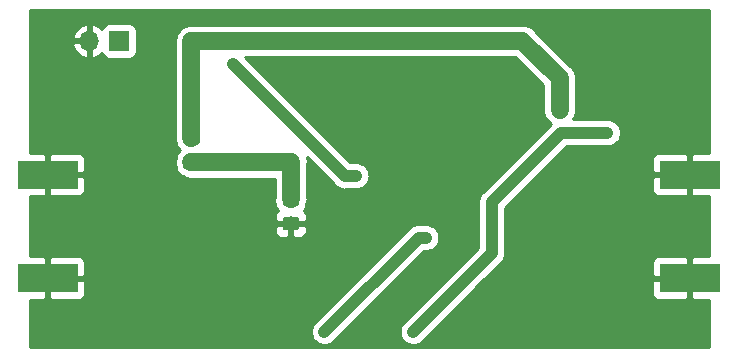
<source format=gbr>
G04 #@! TF.GenerationSoftware,KiCad,Pcbnew,(5.0.2)-1*
G04 #@! TF.CreationDate,2020-03-07T14:31:03-08:00*
G04 #@! TF.ProjectId,PA Rev 4.0,50412052-6576-4203-942e-302e6b696361,rev?*
G04 #@! TF.SameCoordinates,Original*
G04 #@! TF.FileFunction,Copper,L2,Bot*
G04 #@! TF.FilePolarity,Positive*
%FSLAX46Y46*%
G04 Gerber Fmt 4.6, Leading zero omitted, Abs format (unit mm)*
G04 Created by KiCad (PCBNEW (5.0.2)-1) date 3/7/2020 2:31:03 PM*
%MOMM*%
%LPD*%
G01*
G04 APERTURE LIST*
G04 #@! TA.AperFunction,SMDPad,CuDef*
%ADD10R,5.080000X2.420000*%
G04 #@! TD*
G04 #@! TA.AperFunction,ComponentPad*
%ADD11R,1.700000X1.700000*%
G04 #@! TD*
G04 #@! TA.AperFunction,ComponentPad*
%ADD12O,1.700000X1.700000*%
G04 #@! TD*
G04 #@! TA.AperFunction,Conductor*
%ADD13C,0.100000*%
G04 #@! TD*
G04 #@! TA.AperFunction,SMDPad,CuDef*
%ADD14C,1.150000*%
G04 #@! TD*
G04 #@! TA.AperFunction,ViaPad*
%ADD15C,1.016000*%
G04 #@! TD*
G04 #@! TA.AperFunction,Conductor*
%ADD16C,1.500000*%
G04 #@! TD*
G04 #@! TA.AperFunction,Conductor*
%ADD17C,1.000000*%
G04 #@! TD*
G04 #@! TA.AperFunction,Conductor*
%ADD18C,0.254000*%
G04 #@! TD*
G04 APERTURE END LIST*
D10*
G04 #@! TO.P,J2,2*
G04 #@! TO.N,GND*
X97224000Y-61914000D03*
X97224000Y-70674000D03*
G04 #@! TD*
G04 #@! TO.P,J1,2*
G04 #@! TO.N,GND*
X42857000Y-61914000D03*
X42857000Y-70674000D03*
G04 #@! TD*
D11*
G04 #@! TO.P,J0,1*
G04 #@! TO.N,Net-(C0-Pad1)*
X48933100Y-50596800D03*
D12*
G04 #@! TO.P,J0,2*
G04 #@! TO.N,GND*
X46393100Y-50596800D03*
G04 #@! TD*
D13*
G04 #@! TO.N,Net-(C0-Pad1)*
G04 #@! TO.C,R1*
G36*
X55511225Y-58239684D02*
X55535493Y-58243284D01*
X55559292Y-58249245D01*
X55582391Y-58257510D01*
X55604570Y-58268000D01*
X55625613Y-58280612D01*
X55645319Y-58295227D01*
X55663497Y-58311703D01*
X55679973Y-58329881D01*
X55694588Y-58349587D01*
X55707200Y-58370630D01*
X55717690Y-58392809D01*
X55725955Y-58415908D01*
X55731916Y-58439707D01*
X55735516Y-58463975D01*
X55736720Y-58488479D01*
X55736720Y-59138481D01*
X55735516Y-59162985D01*
X55731916Y-59187253D01*
X55725955Y-59211052D01*
X55717690Y-59234151D01*
X55707200Y-59256330D01*
X55694588Y-59277373D01*
X55679973Y-59297079D01*
X55663497Y-59315257D01*
X55645319Y-59331733D01*
X55625613Y-59346348D01*
X55604570Y-59358960D01*
X55582391Y-59369450D01*
X55559292Y-59377715D01*
X55535493Y-59383676D01*
X55511225Y-59387276D01*
X55486721Y-59388480D01*
X54586719Y-59388480D01*
X54562215Y-59387276D01*
X54537947Y-59383676D01*
X54514148Y-59377715D01*
X54491049Y-59369450D01*
X54468870Y-59358960D01*
X54447827Y-59346348D01*
X54428121Y-59331733D01*
X54409943Y-59315257D01*
X54393467Y-59297079D01*
X54378852Y-59277373D01*
X54366240Y-59256330D01*
X54355750Y-59234151D01*
X54347485Y-59211052D01*
X54341524Y-59187253D01*
X54337924Y-59162985D01*
X54336720Y-59138481D01*
X54336720Y-58488479D01*
X54337924Y-58463975D01*
X54341524Y-58439707D01*
X54347485Y-58415908D01*
X54355750Y-58392809D01*
X54366240Y-58370630D01*
X54378852Y-58349587D01*
X54393467Y-58329881D01*
X54409943Y-58311703D01*
X54428121Y-58295227D01*
X54447827Y-58280612D01*
X54468870Y-58268000D01*
X54491049Y-58257510D01*
X54514148Y-58249245D01*
X54537947Y-58243284D01*
X54562215Y-58239684D01*
X54586719Y-58238480D01*
X55486721Y-58238480D01*
X55511225Y-58239684D01*
X55511225Y-58239684D01*
G37*
D14*
G04 #@! TD*
G04 #@! TO.P,R1,1*
G04 #@! TO.N,Net-(C0-Pad1)*
X55036720Y-58813480D03*
D13*
G04 #@! TO.N,Net-(R1-Pad2)*
G04 #@! TO.C,R1*
G36*
X55511225Y-60289684D02*
X55535493Y-60293284D01*
X55559292Y-60299245D01*
X55582391Y-60307510D01*
X55604570Y-60318000D01*
X55625613Y-60330612D01*
X55645319Y-60345227D01*
X55663497Y-60361703D01*
X55679973Y-60379881D01*
X55694588Y-60399587D01*
X55707200Y-60420630D01*
X55717690Y-60442809D01*
X55725955Y-60465908D01*
X55731916Y-60489707D01*
X55735516Y-60513975D01*
X55736720Y-60538479D01*
X55736720Y-61188481D01*
X55735516Y-61212985D01*
X55731916Y-61237253D01*
X55725955Y-61261052D01*
X55717690Y-61284151D01*
X55707200Y-61306330D01*
X55694588Y-61327373D01*
X55679973Y-61347079D01*
X55663497Y-61365257D01*
X55645319Y-61381733D01*
X55625613Y-61396348D01*
X55604570Y-61408960D01*
X55582391Y-61419450D01*
X55559292Y-61427715D01*
X55535493Y-61433676D01*
X55511225Y-61437276D01*
X55486721Y-61438480D01*
X54586719Y-61438480D01*
X54562215Y-61437276D01*
X54537947Y-61433676D01*
X54514148Y-61427715D01*
X54491049Y-61419450D01*
X54468870Y-61408960D01*
X54447827Y-61396348D01*
X54428121Y-61381733D01*
X54409943Y-61365257D01*
X54393467Y-61347079D01*
X54378852Y-61327373D01*
X54366240Y-61306330D01*
X54355750Y-61284151D01*
X54347485Y-61261052D01*
X54341524Y-61237253D01*
X54337924Y-61212985D01*
X54336720Y-61188481D01*
X54336720Y-60538479D01*
X54337924Y-60513975D01*
X54341524Y-60489707D01*
X54347485Y-60465908D01*
X54355750Y-60442809D01*
X54366240Y-60420630D01*
X54378852Y-60399587D01*
X54393467Y-60379881D01*
X54409943Y-60361703D01*
X54428121Y-60345227D01*
X54447827Y-60330612D01*
X54468870Y-60318000D01*
X54491049Y-60307510D01*
X54514148Y-60299245D01*
X54537947Y-60293284D01*
X54562215Y-60289684D01*
X54586719Y-60288480D01*
X55486721Y-60288480D01*
X55511225Y-60289684D01*
X55511225Y-60289684D01*
G37*
D14*
G04 #@! TD*
G04 #@! TO.P,R1,2*
G04 #@! TO.N,Net-(R1-Pad2)*
X55036720Y-60863480D03*
D13*
G04 #@! TO.N,GND*
G04 #@! TO.C,R2*
G36*
X63923705Y-65474044D02*
X63947973Y-65477644D01*
X63971772Y-65483605D01*
X63994871Y-65491870D01*
X64017050Y-65502360D01*
X64038093Y-65514972D01*
X64057799Y-65529587D01*
X64075977Y-65546063D01*
X64092453Y-65564241D01*
X64107068Y-65583947D01*
X64119680Y-65604990D01*
X64130170Y-65627169D01*
X64138435Y-65650268D01*
X64144396Y-65674067D01*
X64147996Y-65698335D01*
X64149200Y-65722839D01*
X64149200Y-66372841D01*
X64147996Y-66397345D01*
X64144396Y-66421613D01*
X64138435Y-66445412D01*
X64130170Y-66468511D01*
X64119680Y-66490690D01*
X64107068Y-66511733D01*
X64092453Y-66531439D01*
X64075977Y-66549617D01*
X64057799Y-66566093D01*
X64038093Y-66580708D01*
X64017050Y-66593320D01*
X63994871Y-66603810D01*
X63971772Y-66612075D01*
X63947973Y-66618036D01*
X63923705Y-66621636D01*
X63899201Y-66622840D01*
X62999199Y-66622840D01*
X62974695Y-66621636D01*
X62950427Y-66618036D01*
X62926628Y-66612075D01*
X62903529Y-66603810D01*
X62881350Y-66593320D01*
X62860307Y-66580708D01*
X62840601Y-66566093D01*
X62822423Y-66549617D01*
X62805947Y-66531439D01*
X62791332Y-66511733D01*
X62778720Y-66490690D01*
X62768230Y-66468511D01*
X62759965Y-66445412D01*
X62754004Y-66421613D01*
X62750404Y-66397345D01*
X62749200Y-66372841D01*
X62749200Y-65722839D01*
X62750404Y-65698335D01*
X62754004Y-65674067D01*
X62759965Y-65650268D01*
X62768230Y-65627169D01*
X62778720Y-65604990D01*
X62791332Y-65583947D01*
X62805947Y-65564241D01*
X62822423Y-65546063D01*
X62840601Y-65529587D01*
X62860307Y-65514972D01*
X62881350Y-65502360D01*
X62903529Y-65491870D01*
X62926628Y-65483605D01*
X62950427Y-65477644D01*
X62974695Y-65474044D01*
X62999199Y-65472840D01*
X63899201Y-65472840D01*
X63923705Y-65474044D01*
X63923705Y-65474044D01*
G37*
D14*
G04 #@! TD*
G04 #@! TO.P,R2,2*
G04 #@! TO.N,GND*
X63449200Y-66047840D03*
D13*
G04 #@! TO.N,Net-(R1-Pad2)*
G04 #@! TO.C,R2*
G36*
X63923705Y-63424044D02*
X63947973Y-63427644D01*
X63971772Y-63433605D01*
X63994871Y-63441870D01*
X64017050Y-63452360D01*
X64038093Y-63464972D01*
X64057799Y-63479587D01*
X64075977Y-63496063D01*
X64092453Y-63514241D01*
X64107068Y-63533947D01*
X64119680Y-63554990D01*
X64130170Y-63577169D01*
X64138435Y-63600268D01*
X64144396Y-63624067D01*
X64147996Y-63648335D01*
X64149200Y-63672839D01*
X64149200Y-64322841D01*
X64147996Y-64347345D01*
X64144396Y-64371613D01*
X64138435Y-64395412D01*
X64130170Y-64418511D01*
X64119680Y-64440690D01*
X64107068Y-64461733D01*
X64092453Y-64481439D01*
X64075977Y-64499617D01*
X64057799Y-64516093D01*
X64038093Y-64530708D01*
X64017050Y-64543320D01*
X63994871Y-64553810D01*
X63971772Y-64562075D01*
X63947973Y-64568036D01*
X63923705Y-64571636D01*
X63899201Y-64572840D01*
X62999199Y-64572840D01*
X62974695Y-64571636D01*
X62950427Y-64568036D01*
X62926628Y-64562075D01*
X62903529Y-64553810D01*
X62881350Y-64543320D01*
X62860307Y-64530708D01*
X62840601Y-64516093D01*
X62822423Y-64499617D01*
X62805947Y-64481439D01*
X62791332Y-64461733D01*
X62778720Y-64440690D01*
X62768230Y-64418511D01*
X62759965Y-64395412D01*
X62754004Y-64371613D01*
X62750404Y-64347345D01*
X62749200Y-64322841D01*
X62749200Y-63672839D01*
X62750404Y-63648335D01*
X62754004Y-63624067D01*
X62759965Y-63600268D01*
X62768230Y-63577169D01*
X62778720Y-63554990D01*
X62791332Y-63533947D01*
X62805947Y-63514241D01*
X62822423Y-63496063D01*
X62840601Y-63479587D01*
X62860307Y-63464972D01*
X62881350Y-63452360D01*
X62903529Y-63441870D01*
X62926628Y-63433605D01*
X62950427Y-63427644D01*
X62974695Y-63424044D01*
X62999199Y-63422840D01*
X63899201Y-63422840D01*
X63923705Y-63424044D01*
X63923705Y-63424044D01*
G37*
D14*
G04 #@! TD*
G04 #@! TO.P,R2,1*
G04 #@! TO.N,Net-(R1-Pad2)*
X63449200Y-63997840D03*
D15*
G04 #@! TO.N,Net-(C0-Pad1)*
X86202520Y-56415940D03*
X55041800Y-50596800D03*
G04 #@! TO.N,Net-(QN1-Pad3)*
X66303020Y-75210800D03*
X74889360Y-67249040D03*
G04 #@! TO.N,Net-(QN2-Pad1)*
X58534300Y-52539900D03*
X68962400Y-62015500D03*
G04 #@! TO.N,Net-(QP1-Pad2)*
X90262740Y-58366660D03*
X73820020Y-75206860D03*
G04 #@! TO.N,Net-(R1-Pad2)*
X63461900Y-60858400D03*
G04 #@! TD*
D16*
G04 #@! TO.N,Net-(C0-Pad1)*
X55041800Y-50596800D02*
X83045300Y-50596800D01*
X86202520Y-53754020D02*
X86202520Y-56415940D01*
X83045300Y-50596800D02*
X86202520Y-53754020D01*
X55036720Y-50601880D02*
X55041800Y-50596800D01*
X55036720Y-58813480D02*
X55036720Y-50601880D01*
D17*
G04 #@! TO.N,Net-(QN1-Pad3)*
X74264780Y-67249040D02*
X74889360Y-67249040D01*
X66303020Y-75210800D02*
X74264780Y-67249040D01*
G04 #@! TO.N,Net-(QN2-Pad1)*
X68009900Y-62015500D02*
X68962400Y-62015500D01*
X58534300Y-52539900D02*
X68009900Y-62015500D01*
G04 #@! TO.N,Net-(QP1-Pad2)*
X86324440Y-58366660D02*
X90262740Y-58366660D01*
X80446880Y-64244220D02*
X86324440Y-58366660D01*
X73820020Y-75206860D02*
X80446880Y-68580000D01*
X80446880Y-68580000D02*
X80446880Y-64244220D01*
D16*
G04 #@! TO.N,Net-(R1-Pad2)*
X55041800Y-60858400D02*
X55036720Y-60863480D01*
X63461900Y-60858400D02*
X55041800Y-60858400D01*
X63461900Y-63985140D02*
X63449200Y-63997840D01*
X63461900Y-60858400D02*
X63461900Y-63985140D01*
G04 #@! TD*
D18*
G04 #@! TO.N,GND*
G36*
X98858000Y-60069000D02*
X97509750Y-60069000D01*
X97351000Y-60227750D01*
X97351000Y-61787000D01*
X97371000Y-61787000D01*
X97371000Y-62041000D01*
X97351000Y-62041000D01*
X97351000Y-63600250D01*
X97509750Y-63759000D01*
X98858001Y-63759000D01*
X98858001Y-68829000D01*
X97509750Y-68829000D01*
X97351000Y-68987750D01*
X97351000Y-70547000D01*
X97371000Y-70547000D01*
X97371000Y-70801000D01*
X97351000Y-70801000D01*
X97351000Y-72360250D01*
X97509750Y-72519000D01*
X98858001Y-72519000D01*
X98858001Y-76506000D01*
X41350000Y-76506000D01*
X41350000Y-75210800D01*
X65145785Y-75210800D01*
X65160020Y-75282364D01*
X65160020Y-75438157D01*
X65219639Y-75582091D01*
X65233874Y-75653654D01*
X65274410Y-75714321D01*
X65334031Y-75858258D01*
X65444198Y-75968425D01*
X65484732Y-76029088D01*
X65545395Y-76069622D01*
X65655562Y-76179789D01*
X65799499Y-76239410D01*
X65860166Y-76279946D01*
X65931729Y-76294181D01*
X66075663Y-76353800D01*
X66231456Y-76353800D01*
X66303020Y-76368035D01*
X66374584Y-76353800D01*
X66530377Y-76353800D01*
X66674311Y-76294181D01*
X66745874Y-76279946D01*
X66806541Y-76239410D01*
X66950478Y-76179789D01*
X67272009Y-75858258D01*
X67280011Y-75838940D01*
X74726912Y-68392040D01*
X75116717Y-68392040D01*
X75260650Y-68332421D01*
X75332215Y-68318186D01*
X75392884Y-68277648D01*
X75536818Y-68218029D01*
X75646981Y-68107866D01*
X75707649Y-68067329D01*
X75748186Y-68006661D01*
X75858349Y-67896498D01*
X75917968Y-67752564D01*
X75958506Y-67691895D01*
X75972741Y-67620330D01*
X76032360Y-67476397D01*
X76032360Y-67320604D01*
X76046595Y-67249040D01*
X76032360Y-67177476D01*
X76032360Y-67021683D01*
X75972741Y-66877750D01*
X75958506Y-66806185D01*
X75917968Y-66745516D01*
X75858349Y-66601582D01*
X75748186Y-66491419D01*
X75707649Y-66430751D01*
X75646981Y-66390214D01*
X75536818Y-66280051D01*
X75392884Y-66220432D01*
X75332215Y-66179894D01*
X75260650Y-66165659D01*
X75116717Y-66106040D01*
X74662003Y-66106040D01*
X74642689Y-66114040D01*
X74376563Y-66114040D01*
X74264780Y-66091805D01*
X74152997Y-66114040D01*
X73821925Y-66179894D01*
X73446491Y-66430751D01*
X73383169Y-66525519D01*
X65674880Y-74233809D01*
X65655562Y-74241811D01*
X65334031Y-74563342D01*
X65274410Y-74707279D01*
X65233874Y-74767946D01*
X65219639Y-74839509D01*
X65160020Y-74983443D01*
X65160020Y-75139236D01*
X65145785Y-75210800D01*
X41350000Y-75210800D01*
X41350000Y-72519000D01*
X42571250Y-72519000D01*
X42730000Y-72360250D01*
X42730000Y-70801000D01*
X42984000Y-70801000D01*
X42984000Y-72360250D01*
X43142750Y-72519000D01*
X45523309Y-72519000D01*
X45756698Y-72422327D01*
X45935327Y-72243699D01*
X46032000Y-72010310D01*
X46032000Y-70959750D01*
X45873250Y-70801000D01*
X42984000Y-70801000D01*
X42730000Y-70801000D01*
X42710000Y-70801000D01*
X42710000Y-70547000D01*
X42730000Y-70547000D01*
X42730000Y-68987750D01*
X42984000Y-68987750D01*
X42984000Y-70547000D01*
X45873250Y-70547000D01*
X46032000Y-70388250D01*
X46032000Y-69337690D01*
X45935327Y-69104301D01*
X45756698Y-68925673D01*
X45523309Y-68829000D01*
X43142750Y-68829000D01*
X42984000Y-68987750D01*
X42730000Y-68987750D01*
X42571250Y-68829000D01*
X41350000Y-68829000D01*
X41350000Y-66333590D01*
X62114200Y-66333590D01*
X62114200Y-66749149D01*
X62210873Y-66982538D01*
X62389501Y-67161167D01*
X62622890Y-67257840D01*
X63163450Y-67257840D01*
X63322200Y-67099090D01*
X63322200Y-66174840D01*
X63576200Y-66174840D01*
X63576200Y-67099090D01*
X63734950Y-67257840D01*
X64275510Y-67257840D01*
X64508899Y-67161167D01*
X64687527Y-66982538D01*
X64784200Y-66749149D01*
X64784200Y-66333590D01*
X64625450Y-66174840D01*
X63576200Y-66174840D01*
X63322200Y-66174840D01*
X62272950Y-66174840D01*
X62114200Y-66333590D01*
X41350000Y-66333590D01*
X41350000Y-63759000D01*
X42571250Y-63759000D01*
X42730000Y-63600250D01*
X42730000Y-62041000D01*
X42984000Y-62041000D01*
X42984000Y-63600250D01*
X43142750Y-63759000D01*
X45523309Y-63759000D01*
X45756698Y-63662327D01*
X45935327Y-63483699D01*
X46032000Y-63250310D01*
X46032000Y-62199750D01*
X45873250Y-62041000D01*
X42984000Y-62041000D01*
X42730000Y-62041000D01*
X42710000Y-62041000D01*
X42710000Y-61787000D01*
X42730000Y-61787000D01*
X42730000Y-60227750D01*
X42984000Y-60227750D01*
X42984000Y-61787000D01*
X45873250Y-61787000D01*
X46032000Y-61628250D01*
X46032000Y-60577690D01*
X45935327Y-60344301D01*
X45756698Y-60165673D01*
X45523309Y-60069000D01*
X43142750Y-60069000D01*
X42984000Y-60227750D01*
X42730000Y-60227750D01*
X42571250Y-60069000D01*
X41350000Y-60069000D01*
X41350000Y-50953692D01*
X44951614Y-50953692D01*
X45197917Y-51478158D01*
X45626176Y-51868445D01*
X46036210Y-52038276D01*
X46266100Y-51916955D01*
X46266100Y-50723800D01*
X45072281Y-50723800D01*
X44951614Y-50953692D01*
X41350000Y-50953692D01*
X41350000Y-50239908D01*
X44951614Y-50239908D01*
X45072281Y-50469800D01*
X46266100Y-50469800D01*
X46266100Y-49276645D01*
X46520100Y-49276645D01*
X46520100Y-50469800D01*
X46540100Y-50469800D01*
X46540100Y-50723800D01*
X46520100Y-50723800D01*
X46520100Y-51916955D01*
X46749990Y-52038276D01*
X47160024Y-51868445D01*
X47464361Y-51591092D01*
X47484943Y-51694565D01*
X47625291Y-51904609D01*
X47835335Y-52044957D01*
X48083100Y-52094240D01*
X49783100Y-52094240D01*
X50030865Y-52044957D01*
X50240909Y-51904609D01*
X50381257Y-51694565D01*
X50430540Y-51446800D01*
X50430540Y-50601880D01*
X53624587Y-50601880D01*
X53651721Y-50738292D01*
X53651720Y-58949886D01*
X53732079Y-59353879D01*
X53732145Y-59353977D01*
X53757593Y-59481916D01*
X53952134Y-59773066D01*
X54050033Y-59838480D01*
X53952134Y-59903894D01*
X53757593Y-60195044D01*
X53732145Y-60322983D01*
X53732079Y-60323081D01*
X53624587Y-60863480D01*
X53732079Y-61403879D01*
X53732145Y-61403977D01*
X53757593Y-61531916D01*
X53952134Y-61823066D01*
X54243284Y-62017607D01*
X54282836Y-62025474D01*
X54496321Y-62168121D01*
X55036720Y-62275613D01*
X55198666Y-62243400D01*
X62076900Y-62243400D01*
X62076901Y-63797581D01*
X62037067Y-63997840D01*
X62144559Y-64538239D01*
X62144625Y-64538337D01*
X62170073Y-64666276D01*
X62364614Y-64957426D01*
X62365797Y-64958217D01*
X62210873Y-65113142D01*
X62114200Y-65346531D01*
X62114200Y-65762090D01*
X62272950Y-65920840D01*
X63322200Y-65920840D01*
X63322200Y-65900840D01*
X63576200Y-65900840D01*
X63576200Y-65920840D01*
X64625450Y-65920840D01*
X64784200Y-65762090D01*
X64784200Y-65346531D01*
X64687527Y-65113142D01*
X64532603Y-64958217D01*
X64533786Y-64957426D01*
X64728327Y-64666276D01*
X64751989Y-64547319D01*
X64766541Y-64525540D01*
X64846900Y-64121547D01*
X64874033Y-63985140D01*
X64846900Y-63848733D01*
X64846900Y-60994807D01*
X64874033Y-60858400D01*
X64781259Y-60391990D01*
X67128289Y-62739021D01*
X67191611Y-62833789D01*
X67567045Y-63084646D01*
X68009899Y-63172735D01*
X68121682Y-63150500D01*
X68715729Y-63150500D01*
X68735043Y-63158500D01*
X69189757Y-63158500D01*
X69333690Y-63098881D01*
X69405255Y-63084646D01*
X69465924Y-63044108D01*
X69609858Y-62984489D01*
X69720021Y-62874326D01*
X69780689Y-62833789D01*
X69821226Y-62773121D01*
X69931389Y-62662958D01*
X69991008Y-62519024D01*
X70031546Y-62458355D01*
X70045781Y-62386790D01*
X70105400Y-62242857D01*
X70105400Y-62087064D01*
X70119635Y-62015500D01*
X70105400Y-61943936D01*
X70105400Y-61788143D01*
X70045781Y-61644210D01*
X70031546Y-61572645D01*
X69991008Y-61511976D01*
X69931389Y-61368042D01*
X69821226Y-61257879D01*
X69780689Y-61197211D01*
X69720021Y-61156674D01*
X69609858Y-61046511D01*
X69465924Y-60986892D01*
X69405255Y-60946354D01*
X69333690Y-60932119D01*
X69189757Y-60872500D01*
X68735043Y-60872500D01*
X68715729Y-60880500D01*
X68480032Y-60880500D01*
X59581331Y-51981800D01*
X82471615Y-51981800D01*
X84817520Y-54327705D01*
X84817521Y-56552347D01*
X84897880Y-56956340D01*
X85203992Y-57414469D01*
X85474742Y-57595378D01*
X85442829Y-57643139D01*
X79723360Y-63362609D01*
X79628592Y-63425931D01*
X79512116Y-63600250D01*
X79377734Y-63801366D01*
X79289645Y-64244220D01*
X79311881Y-64356008D01*
X79311880Y-68109868D01*
X73191880Y-74229869D01*
X73172562Y-74237871D01*
X72851031Y-74559402D01*
X72791410Y-74703339D01*
X72750874Y-74764006D01*
X72736639Y-74835569D01*
X72677020Y-74979503D01*
X72677020Y-75135296D01*
X72662785Y-75206860D01*
X72677020Y-75278424D01*
X72677020Y-75434217D01*
X72736639Y-75578151D01*
X72750874Y-75649714D01*
X72791410Y-75710381D01*
X72851031Y-75854318D01*
X72961198Y-75964485D01*
X73001732Y-76025148D01*
X73062395Y-76065682D01*
X73172562Y-76175849D01*
X73316499Y-76235470D01*
X73377166Y-76276006D01*
X73448729Y-76290241D01*
X73592663Y-76349860D01*
X73748456Y-76349860D01*
X73820020Y-76364095D01*
X73891584Y-76349860D01*
X74047377Y-76349860D01*
X74191311Y-76290241D01*
X74262874Y-76276006D01*
X74323541Y-76235470D01*
X74467478Y-76175849D01*
X74789009Y-75854318D01*
X74797011Y-75835000D01*
X79672261Y-70959750D01*
X94049000Y-70959750D01*
X94049000Y-72010310D01*
X94145673Y-72243699D01*
X94324302Y-72422327D01*
X94557691Y-72519000D01*
X96938250Y-72519000D01*
X97097000Y-72360250D01*
X97097000Y-70801000D01*
X94207750Y-70801000D01*
X94049000Y-70959750D01*
X79672261Y-70959750D01*
X81170402Y-69461610D01*
X81265169Y-69398289D01*
X81305659Y-69337690D01*
X94049000Y-69337690D01*
X94049000Y-70388250D01*
X94207750Y-70547000D01*
X97097000Y-70547000D01*
X97097000Y-68987750D01*
X96938250Y-68829000D01*
X94557691Y-68829000D01*
X94324302Y-68925673D01*
X94145673Y-69104301D01*
X94049000Y-69337690D01*
X81305659Y-69337690D01*
X81516026Y-69022855D01*
X81581880Y-68691783D01*
X81581880Y-68691782D01*
X81604115Y-68580001D01*
X81581880Y-68468219D01*
X81581880Y-64714351D01*
X84096481Y-62199750D01*
X94049000Y-62199750D01*
X94049000Y-63250310D01*
X94145673Y-63483699D01*
X94324302Y-63662327D01*
X94557691Y-63759000D01*
X96938250Y-63759000D01*
X97097000Y-63600250D01*
X97097000Y-62041000D01*
X94207750Y-62041000D01*
X94049000Y-62199750D01*
X84096481Y-62199750D01*
X85718541Y-60577690D01*
X94049000Y-60577690D01*
X94049000Y-61628250D01*
X94207750Y-61787000D01*
X97097000Y-61787000D01*
X97097000Y-60227750D01*
X96938250Y-60069000D01*
X94557691Y-60069000D01*
X94324302Y-60165673D01*
X94145673Y-60344301D01*
X94049000Y-60577690D01*
X85718541Y-60577690D01*
X86794572Y-59501660D01*
X90016069Y-59501660D01*
X90035383Y-59509660D01*
X90490097Y-59509660D01*
X90634030Y-59450041D01*
X90705595Y-59435806D01*
X90766264Y-59395268D01*
X90910198Y-59335649D01*
X91020361Y-59225486D01*
X91081029Y-59184949D01*
X91121566Y-59124281D01*
X91231729Y-59014118D01*
X91291348Y-58870184D01*
X91331886Y-58809515D01*
X91346121Y-58737950D01*
X91405740Y-58594017D01*
X91405740Y-58438224D01*
X91419975Y-58366660D01*
X91405740Y-58295096D01*
X91405740Y-58139303D01*
X91346121Y-57995370D01*
X91331886Y-57923805D01*
X91291348Y-57863136D01*
X91231729Y-57719202D01*
X91121566Y-57609039D01*
X91081029Y-57548371D01*
X91020361Y-57507834D01*
X90910198Y-57397671D01*
X90766264Y-57338052D01*
X90705595Y-57297514D01*
X90634030Y-57283279D01*
X90490097Y-57223660D01*
X90035383Y-57223660D01*
X90016069Y-57231660D01*
X87323198Y-57231660D01*
X87507161Y-56956340D01*
X87587520Y-56552347D01*
X87587520Y-53890425D01*
X87614653Y-53754019D01*
X87587520Y-53617613D01*
X87507161Y-53213620D01*
X87201048Y-52755491D01*
X87085407Y-52678222D01*
X84121100Y-49713915D01*
X84043829Y-49598271D01*
X83585700Y-49292159D01*
X83181707Y-49211800D01*
X83045300Y-49184667D01*
X82908893Y-49211800D01*
X55178205Y-49211800D01*
X55041799Y-49184667D01*
X54905393Y-49211800D01*
X54501400Y-49292159D01*
X54043271Y-49598271D01*
X54041235Y-49601317D01*
X54038192Y-49603351D01*
X53960923Y-49718992D01*
X53732079Y-50061481D01*
X53624587Y-50601880D01*
X50430540Y-50601880D01*
X50430540Y-49746800D01*
X50381257Y-49499035D01*
X50240909Y-49288991D01*
X50030865Y-49148643D01*
X49783100Y-49099360D01*
X48083100Y-49099360D01*
X47835335Y-49148643D01*
X47625291Y-49288991D01*
X47484943Y-49499035D01*
X47464361Y-49602508D01*
X47160024Y-49325155D01*
X46749990Y-49155324D01*
X46520100Y-49276645D01*
X46266100Y-49276645D01*
X46036210Y-49155324D01*
X45626176Y-49325155D01*
X45197917Y-49715442D01*
X44951614Y-50239908D01*
X41350000Y-50239908D01*
X41350000Y-47954000D01*
X98858000Y-47954000D01*
X98858000Y-60069000D01*
X98858000Y-60069000D01*
G37*
X98858000Y-60069000D02*
X97509750Y-60069000D01*
X97351000Y-60227750D01*
X97351000Y-61787000D01*
X97371000Y-61787000D01*
X97371000Y-62041000D01*
X97351000Y-62041000D01*
X97351000Y-63600250D01*
X97509750Y-63759000D01*
X98858001Y-63759000D01*
X98858001Y-68829000D01*
X97509750Y-68829000D01*
X97351000Y-68987750D01*
X97351000Y-70547000D01*
X97371000Y-70547000D01*
X97371000Y-70801000D01*
X97351000Y-70801000D01*
X97351000Y-72360250D01*
X97509750Y-72519000D01*
X98858001Y-72519000D01*
X98858001Y-76506000D01*
X41350000Y-76506000D01*
X41350000Y-75210800D01*
X65145785Y-75210800D01*
X65160020Y-75282364D01*
X65160020Y-75438157D01*
X65219639Y-75582091D01*
X65233874Y-75653654D01*
X65274410Y-75714321D01*
X65334031Y-75858258D01*
X65444198Y-75968425D01*
X65484732Y-76029088D01*
X65545395Y-76069622D01*
X65655562Y-76179789D01*
X65799499Y-76239410D01*
X65860166Y-76279946D01*
X65931729Y-76294181D01*
X66075663Y-76353800D01*
X66231456Y-76353800D01*
X66303020Y-76368035D01*
X66374584Y-76353800D01*
X66530377Y-76353800D01*
X66674311Y-76294181D01*
X66745874Y-76279946D01*
X66806541Y-76239410D01*
X66950478Y-76179789D01*
X67272009Y-75858258D01*
X67280011Y-75838940D01*
X74726912Y-68392040D01*
X75116717Y-68392040D01*
X75260650Y-68332421D01*
X75332215Y-68318186D01*
X75392884Y-68277648D01*
X75536818Y-68218029D01*
X75646981Y-68107866D01*
X75707649Y-68067329D01*
X75748186Y-68006661D01*
X75858349Y-67896498D01*
X75917968Y-67752564D01*
X75958506Y-67691895D01*
X75972741Y-67620330D01*
X76032360Y-67476397D01*
X76032360Y-67320604D01*
X76046595Y-67249040D01*
X76032360Y-67177476D01*
X76032360Y-67021683D01*
X75972741Y-66877750D01*
X75958506Y-66806185D01*
X75917968Y-66745516D01*
X75858349Y-66601582D01*
X75748186Y-66491419D01*
X75707649Y-66430751D01*
X75646981Y-66390214D01*
X75536818Y-66280051D01*
X75392884Y-66220432D01*
X75332215Y-66179894D01*
X75260650Y-66165659D01*
X75116717Y-66106040D01*
X74662003Y-66106040D01*
X74642689Y-66114040D01*
X74376563Y-66114040D01*
X74264780Y-66091805D01*
X74152997Y-66114040D01*
X73821925Y-66179894D01*
X73446491Y-66430751D01*
X73383169Y-66525519D01*
X65674880Y-74233809D01*
X65655562Y-74241811D01*
X65334031Y-74563342D01*
X65274410Y-74707279D01*
X65233874Y-74767946D01*
X65219639Y-74839509D01*
X65160020Y-74983443D01*
X65160020Y-75139236D01*
X65145785Y-75210800D01*
X41350000Y-75210800D01*
X41350000Y-72519000D01*
X42571250Y-72519000D01*
X42730000Y-72360250D01*
X42730000Y-70801000D01*
X42984000Y-70801000D01*
X42984000Y-72360250D01*
X43142750Y-72519000D01*
X45523309Y-72519000D01*
X45756698Y-72422327D01*
X45935327Y-72243699D01*
X46032000Y-72010310D01*
X46032000Y-70959750D01*
X45873250Y-70801000D01*
X42984000Y-70801000D01*
X42730000Y-70801000D01*
X42710000Y-70801000D01*
X42710000Y-70547000D01*
X42730000Y-70547000D01*
X42730000Y-68987750D01*
X42984000Y-68987750D01*
X42984000Y-70547000D01*
X45873250Y-70547000D01*
X46032000Y-70388250D01*
X46032000Y-69337690D01*
X45935327Y-69104301D01*
X45756698Y-68925673D01*
X45523309Y-68829000D01*
X43142750Y-68829000D01*
X42984000Y-68987750D01*
X42730000Y-68987750D01*
X42571250Y-68829000D01*
X41350000Y-68829000D01*
X41350000Y-66333590D01*
X62114200Y-66333590D01*
X62114200Y-66749149D01*
X62210873Y-66982538D01*
X62389501Y-67161167D01*
X62622890Y-67257840D01*
X63163450Y-67257840D01*
X63322200Y-67099090D01*
X63322200Y-66174840D01*
X63576200Y-66174840D01*
X63576200Y-67099090D01*
X63734950Y-67257840D01*
X64275510Y-67257840D01*
X64508899Y-67161167D01*
X64687527Y-66982538D01*
X64784200Y-66749149D01*
X64784200Y-66333590D01*
X64625450Y-66174840D01*
X63576200Y-66174840D01*
X63322200Y-66174840D01*
X62272950Y-66174840D01*
X62114200Y-66333590D01*
X41350000Y-66333590D01*
X41350000Y-63759000D01*
X42571250Y-63759000D01*
X42730000Y-63600250D01*
X42730000Y-62041000D01*
X42984000Y-62041000D01*
X42984000Y-63600250D01*
X43142750Y-63759000D01*
X45523309Y-63759000D01*
X45756698Y-63662327D01*
X45935327Y-63483699D01*
X46032000Y-63250310D01*
X46032000Y-62199750D01*
X45873250Y-62041000D01*
X42984000Y-62041000D01*
X42730000Y-62041000D01*
X42710000Y-62041000D01*
X42710000Y-61787000D01*
X42730000Y-61787000D01*
X42730000Y-60227750D01*
X42984000Y-60227750D01*
X42984000Y-61787000D01*
X45873250Y-61787000D01*
X46032000Y-61628250D01*
X46032000Y-60577690D01*
X45935327Y-60344301D01*
X45756698Y-60165673D01*
X45523309Y-60069000D01*
X43142750Y-60069000D01*
X42984000Y-60227750D01*
X42730000Y-60227750D01*
X42571250Y-60069000D01*
X41350000Y-60069000D01*
X41350000Y-50953692D01*
X44951614Y-50953692D01*
X45197917Y-51478158D01*
X45626176Y-51868445D01*
X46036210Y-52038276D01*
X46266100Y-51916955D01*
X46266100Y-50723800D01*
X45072281Y-50723800D01*
X44951614Y-50953692D01*
X41350000Y-50953692D01*
X41350000Y-50239908D01*
X44951614Y-50239908D01*
X45072281Y-50469800D01*
X46266100Y-50469800D01*
X46266100Y-49276645D01*
X46520100Y-49276645D01*
X46520100Y-50469800D01*
X46540100Y-50469800D01*
X46540100Y-50723800D01*
X46520100Y-50723800D01*
X46520100Y-51916955D01*
X46749990Y-52038276D01*
X47160024Y-51868445D01*
X47464361Y-51591092D01*
X47484943Y-51694565D01*
X47625291Y-51904609D01*
X47835335Y-52044957D01*
X48083100Y-52094240D01*
X49783100Y-52094240D01*
X50030865Y-52044957D01*
X50240909Y-51904609D01*
X50381257Y-51694565D01*
X50430540Y-51446800D01*
X50430540Y-50601880D01*
X53624587Y-50601880D01*
X53651721Y-50738292D01*
X53651720Y-58949886D01*
X53732079Y-59353879D01*
X53732145Y-59353977D01*
X53757593Y-59481916D01*
X53952134Y-59773066D01*
X54050033Y-59838480D01*
X53952134Y-59903894D01*
X53757593Y-60195044D01*
X53732145Y-60322983D01*
X53732079Y-60323081D01*
X53624587Y-60863480D01*
X53732079Y-61403879D01*
X53732145Y-61403977D01*
X53757593Y-61531916D01*
X53952134Y-61823066D01*
X54243284Y-62017607D01*
X54282836Y-62025474D01*
X54496321Y-62168121D01*
X55036720Y-62275613D01*
X55198666Y-62243400D01*
X62076900Y-62243400D01*
X62076901Y-63797581D01*
X62037067Y-63997840D01*
X62144559Y-64538239D01*
X62144625Y-64538337D01*
X62170073Y-64666276D01*
X62364614Y-64957426D01*
X62365797Y-64958217D01*
X62210873Y-65113142D01*
X62114200Y-65346531D01*
X62114200Y-65762090D01*
X62272950Y-65920840D01*
X63322200Y-65920840D01*
X63322200Y-65900840D01*
X63576200Y-65900840D01*
X63576200Y-65920840D01*
X64625450Y-65920840D01*
X64784200Y-65762090D01*
X64784200Y-65346531D01*
X64687527Y-65113142D01*
X64532603Y-64958217D01*
X64533786Y-64957426D01*
X64728327Y-64666276D01*
X64751989Y-64547319D01*
X64766541Y-64525540D01*
X64846900Y-64121547D01*
X64874033Y-63985140D01*
X64846900Y-63848733D01*
X64846900Y-60994807D01*
X64874033Y-60858400D01*
X64781259Y-60391990D01*
X67128289Y-62739021D01*
X67191611Y-62833789D01*
X67567045Y-63084646D01*
X68009899Y-63172735D01*
X68121682Y-63150500D01*
X68715729Y-63150500D01*
X68735043Y-63158500D01*
X69189757Y-63158500D01*
X69333690Y-63098881D01*
X69405255Y-63084646D01*
X69465924Y-63044108D01*
X69609858Y-62984489D01*
X69720021Y-62874326D01*
X69780689Y-62833789D01*
X69821226Y-62773121D01*
X69931389Y-62662958D01*
X69991008Y-62519024D01*
X70031546Y-62458355D01*
X70045781Y-62386790D01*
X70105400Y-62242857D01*
X70105400Y-62087064D01*
X70119635Y-62015500D01*
X70105400Y-61943936D01*
X70105400Y-61788143D01*
X70045781Y-61644210D01*
X70031546Y-61572645D01*
X69991008Y-61511976D01*
X69931389Y-61368042D01*
X69821226Y-61257879D01*
X69780689Y-61197211D01*
X69720021Y-61156674D01*
X69609858Y-61046511D01*
X69465924Y-60986892D01*
X69405255Y-60946354D01*
X69333690Y-60932119D01*
X69189757Y-60872500D01*
X68735043Y-60872500D01*
X68715729Y-60880500D01*
X68480032Y-60880500D01*
X59581331Y-51981800D01*
X82471615Y-51981800D01*
X84817520Y-54327705D01*
X84817521Y-56552347D01*
X84897880Y-56956340D01*
X85203992Y-57414469D01*
X85474742Y-57595378D01*
X85442829Y-57643139D01*
X79723360Y-63362609D01*
X79628592Y-63425931D01*
X79512116Y-63600250D01*
X79377734Y-63801366D01*
X79289645Y-64244220D01*
X79311881Y-64356008D01*
X79311880Y-68109868D01*
X73191880Y-74229869D01*
X73172562Y-74237871D01*
X72851031Y-74559402D01*
X72791410Y-74703339D01*
X72750874Y-74764006D01*
X72736639Y-74835569D01*
X72677020Y-74979503D01*
X72677020Y-75135296D01*
X72662785Y-75206860D01*
X72677020Y-75278424D01*
X72677020Y-75434217D01*
X72736639Y-75578151D01*
X72750874Y-75649714D01*
X72791410Y-75710381D01*
X72851031Y-75854318D01*
X72961198Y-75964485D01*
X73001732Y-76025148D01*
X73062395Y-76065682D01*
X73172562Y-76175849D01*
X73316499Y-76235470D01*
X73377166Y-76276006D01*
X73448729Y-76290241D01*
X73592663Y-76349860D01*
X73748456Y-76349860D01*
X73820020Y-76364095D01*
X73891584Y-76349860D01*
X74047377Y-76349860D01*
X74191311Y-76290241D01*
X74262874Y-76276006D01*
X74323541Y-76235470D01*
X74467478Y-76175849D01*
X74789009Y-75854318D01*
X74797011Y-75835000D01*
X79672261Y-70959750D01*
X94049000Y-70959750D01*
X94049000Y-72010310D01*
X94145673Y-72243699D01*
X94324302Y-72422327D01*
X94557691Y-72519000D01*
X96938250Y-72519000D01*
X97097000Y-72360250D01*
X97097000Y-70801000D01*
X94207750Y-70801000D01*
X94049000Y-70959750D01*
X79672261Y-70959750D01*
X81170402Y-69461610D01*
X81265169Y-69398289D01*
X81305659Y-69337690D01*
X94049000Y-69337690D01*
X94049000Y-70388250D01*
X94207750Y-70547000D01*
X97097000Y-70547000D01*
X97097000Y-68987750D01*
X96938250Y-68829000D01*
X94557691Y-68829000D01*
X94324302Y-68925673D01*
X94145673Y-69104301D01*
X94049000Y-69337690D01*
X81305659Y-69337690D01*
X81516026Y-69022855D01*
X81581880Y-68691783D01*
X81581880Y-68691782D01*
X81604115Y-68580001D01*
X81581880Y-68468219D01*
X81581880Y-64714351D01*
X84096481Y-62199750D01*
X94049000Y-62199750D01*
X94049000Y-63250310D01*
X94145673Y-63483699D01*
X94324302Y-63662327D01*
X94557691Y-63759000D01*
X96938250Y-63759000D01*
X97097000Y-63600250D01*
X97097000Y-62041000D01*
X94207750Y-62041000D01*
X94049000Y-62199750D01*
X84096481Y-62199750D01*
X85718541Y-60577690D01*
X94049000Y-60577690D01*
X94049000Y-61628250D01*
X94207750Y-61787000D01*
X97097000Y-61787000D01*
X97097000Y-60227750D01*
X96938250Y-60069000D01*
X94557691Y-60069000D01*
X94324302Y-60165673D01*
X94145673Y-60344301D01*
X94049000Y-60577690D01*
X85718541Y-60577690D01*
X86794572Y-59501660D01*
X90016069Y-59501660D01*
X90035383Y-59509660D01*
X90490097Y-59509660D01*
X90634030Y-59450041D01*
X90705595Y-59435806D01*
X90766264Y-59395268D01*
X90910198Y-59335649D01*
X91020361Y-59225486D01*
X91081029Y-59184949D01*
X91121566Y-59124281D01*
X91231729Y-59014118D01*
X91291348Y-58870184D01*
X91331886Y-58809515D01*
X91346121Y-58737950D01*
X91405740Y-58594017D01*
X91405740Y-58438224D01*
X91419975Y-58366660D01*
X91405740Y-58295096D01*
X91405740Y-58139303D01*
X91346121Y-57995370D01*
X91331886Y-57923805D01*
X91291348Y-57863136D01*
X91231729Y-57719202D01*
X91121566Y-57609039D01*
X91081029Y-57548371D01*
X91020361Y-57507834D01*
X90910198Y-57397671D01*
X90766264Y-57338052D01*
X90705595Y-57297514D01*
X90634030Y-57283279D01*
X90490097Y-57223660D01*
X90035383Y-57223660D01*
X90016069Y-57231660D01*
X87323198Y-57231660D01*
X87507161Y-56956340D01*
X87587520Y-56552347D01*
X87587520Y-53890425D01*
X87614653Y-53754019D01*
X87587520Y-53617613D01*
X87507161Y-53213620D01*
X87201048Y-52755491D01*
X87085407Y-52678222D01*
X84121100Y-49713915D01*
X84043829Y-49598271D01*
X83585700Y-49292159D01*
X83181707Y-49211800D01*
X83045300Y-49184667D01*
X82908893Y-49211800D01*
X55178205Y-49211800D01*
X55041799Y-49184667D01*
X54905393Y-49211800D01*
X54501400Y-49292159D01*
X54043271Y-49598271D01*
X54041235Y-49601317D01*
X54038192Y-49603351D01*
X53960923Y-49718992D01*
X53732079Y-50061481D01*
X53624587Y-50601880D01*
X50430540Y-50601880D01*
X50430540Y-49746800D01*
X50381257Y-49499035D01*
X50240909Y-49288991D01*
X50030865Y-49148643D01*
X49783100Y-49099360D01*
X48083100Y-49099360D01*
X47835335Y-49148643D01*
X47625291Y-49288991D01*
X47484943Y-49499035D01*
X47464361Y-49602508D01*
X47160024Y-49325155D01*
X46749990Y-49155324D01*
X46520100Y-49276645D01*
X46266100Y-49276645D01*
X46036210Y-49155324D01*
X45626176Y-49325155D01*
X45197917Y-49715442D01*
X44951614Y-50239908D01*
X41350000Y-50239908D01*
X41350000Y-47954000D01*
X98858000Y-47954000D01*
X98858000Y-60069000D01*
G04 #@! TD*
M02*

</source>
